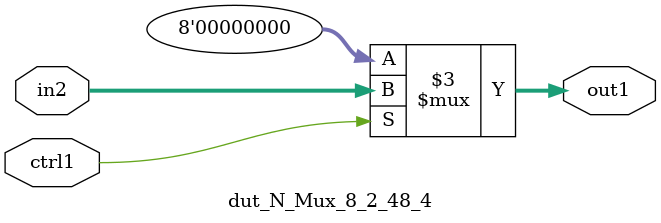
<source format=v>

`timescale 1ps / 1ps


module dut_N_Mux_8_2_48_4( in2, ctrl1, out1 );

    input [7:0] in2;
    input ctrl1;
    output [7:0] out1;
    reg [7:0] out1;

    
    // rtl_process:dut_N_Mux_8_2_48_4/dut_N_Mux_8_2_48_4_thread_1
    always @*
      begin : dut_N_Mux_8_2_48_4_thread_1
        case (ctrl1) 
          1'b1: 
            begin
              out1 = in2;
            end
          default: 
            begin
              out1 = 8'd000;
            end
        endcase
      end

endmodule




</source>
